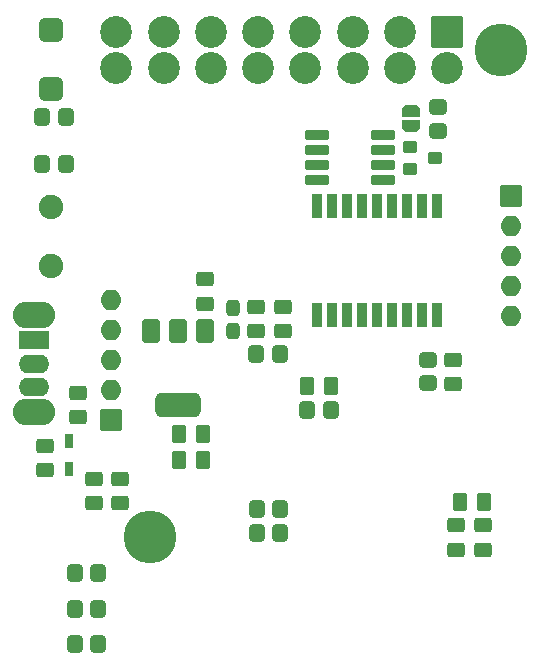
<source format=gbr>
%TF.GenerationSoftware,KiCad,Pcbnew,8.0.4*%
%TF.CreationDate,2024-09-22T00:56:15-03:00*%
%TF.ProjectId,DongleALIVEv2.0,446f6e67-6c65-4414-9c49-564576322e30,2.0*%
%TF.SameCoordinates,Original*%
%TF.FileFunction,Soldermask,Bot*%
%TF.FilePolarity,Negative*%
%FSLAX46Y46*%
G04 Gerber Fmt 4.6, Leading zero omitted, Abs format (unit mm)*
G04 Created by KiCad (PCBNEW 8.0.4) date 2024-09-22 00:56:15*
%MOMM*%
%LPD*%
G01*
G04 APERTURE LIST*
G04 Aperture macros list*
%AMRoundRect*
0 Rectangle with rounded corners*
0 $1 Rounding radius*
0 $2 $3 $4 $5 $6 $7 $8 $9 X,Y pos of 4 corners*
0 Add a 4 corners polygon primitive as box body*
4,1,4,$2,$3,$4,$5,$6,$7,$8,$9,$2,$3,0*
0 Add four circle primitives for the rounded corners*
1,1,$1+$1,$2,$3*
1,1,$1+$1,$4,$5*
1,1,$1+$1,$6,$7*
1,1,$1+$1,$8,$9*
0 Add four rect primitives between the rounded corners*
20,1,$1+$1,$2,$3,$4,$5,0*
20,1,$1+$1,$4,$5,$6,$7,0*
20,1,$1+$1,$6,$7,$8,$9,0*
20,1,$1+$1,$8,$9,$2,$3,0*%
%AMFreePoly0*
4,1,35,0.526870,0.776870,0.538000,0.750000,0.538000,-0.750000,0.526870,-0.776870,0.500000,-0.788000,0.000000,-0.788000,-0.012286,-0.782911,-0.071157,-0.782911,-0.081863,-0.781372,-0.218414,-0.741277,-0.228252,-0.736784,-0.347974,-0.659843,-0.356148,-0.652760,-0.449345,-0.545205,-0.455193,-0.536106,-0.514312,-0.406652,-0.517359,-0.396274,-0.537613,-0.255408,-0.538000,-0.250000,-0.538000,0.250000,
-0.537613,0.255408,-0.517359,0.396274,-0.514312,0.406652,-0.455193,0.536106,-0.449345,0.545205,-0.356148,0.652760,-0.347974,0.659843,-0.228252,0.736784,-0.218414,0.741277,-0.081863,0.781372,-0.071157,0.782911,-0.012286,0.782911,0.000000,0.788000,0.500000,0.788000,0.526870,0.776870,0.526870,0.776870,$1*%
%AMFreePoly1*
4,1,35,0.012286,0.782911,0.071157,0.782911,0.081863,0.781372,0.218414,0.741277,0.228252,0.736784,0.347974,0.659843,0.356148,0.652760,0.449345,0.545205,0.455193,0.536106,0.514312,0.406652,0.517359,0.396274,0.537613,0.255408,0.538000,0.250000,0.538000,-0.250000,0.537613,-0.255408,0.517359,-0.396274,0.514312,-0.406652,0.455193,-0.536106,0.449345,-0.545205,0.356148,-0.652760,
0.347974,-0.659843,0.228252,-0.736784,0.218414,-0.741277,0.081863,-0.781372,0.071157,-0.782911,0.012286,-0.782911,0.000000,-0.788000,-0.500000,-0.788000,-0.526870,-0.776870,-0.538000,-0.750000,-0.538000,0.750000,-0.526870,0.776870,-0.500000,0.788000,0.000000,0.788000,0.012286,0.782911,0.012286,0.782911,$1*%
G04 Aperture macros list end*
%ADD10RoundRect,0.038000X0.850000X0.850000X-0.850000X0.850000X-0.850000X-0.850000X0.850000X-0.850000X0*%
%ADD11O,1.776000X1.776000*%
%ADD12O,3.576000X2.276000*%
%ADD13RoundRect,0.038000X-1.250000X0.750000X-1.250000X-0.750000X1.250000X-0.750000X1.250000X0.750000X0*%
%ADD14O,2.576000X1.576000*%
%ADD15C,0.776000*%
%ADD16C,4.476000*%
%ADD17RoundRect,0.102000X1.250000X1.250000X-1.250000X1.250000X-1.250000X-1.250000X1.250000X-1.250000X0*%
%ADD18C,2.704000*%
%ADD19RoundRect,0.519000X-0.519000X0.519000X-0.519000X-0.519000X0.519000X-0.519000X0.519000X0.519000X0*%
%ADD20C,2.076000*%
%ADD21RoundRect,0.038000X-0.850000X-0.850000X0.850000X-0.850000X0.850000X0.850000X-0.850000X0.850000X0*%
%ADD22RoundRect,0.266170X0.496830X-0.359330X0.496830X0.359330X-0.496830X0.359330X-0.496830X-0.359330X0*%
%ADD23RoundRect,0.265833X0.372167X0.472167X-0.372167X0.472167X-0.372167X-0.472167X0.372167X-0.472167X0*%
%ADD24RoundRect,0.266170X-0.496830X0.359330X-0.496830X-0.359330X0.496830X-0.359330X0.496830X0.359330X0*%
%ADD25RoundRect,0.266170X0.359330X0.496830X-0.359330X0.496830X-0.359330X-0.496830X0.359330X-0.496830X0*%
%ADD26RoundRect,0.266170X-0.359330X-0.496830X0.359330X-0.496830X0.359330X0.496830X-0.359330X0.496830X0*%
%ADD27FreePoly0,90.000000*%
%ADD28FreePoly1,90.000000*%
%ADD29RoundRect,0.102000X-0.230000X0.520000X-0.230000X-0.520000X0.230000X-0.520000X0.230000X0.520000X0*%
%ADD30RoundRect,0.100500X-0.301500X0.956500X-0.301500X-0.956500X0.301500X-0.956500X0.301500X0.956500X0*%
%ADD31RoundRect,0.268095X0.294905X-0.419905X0.294905X0.419905X-0.294905X0.419905X-0.294905X-0.419905X0*%
%ADD32RoundRect,0.102000X0.875000X-0.300000X0.875000X0.300000X-0.875000X0.300000X-0.875000X-0.300000X0*%
%ADD33RoundRect,0.394000X-0.394000X0.644000X-0.394000X-0.644000X0.394000X-0.644000X0.394000X0.644000X0*%
%ADD34RoundRect,0.519000X-1.419000X0.519000X-1.419000X-0.519000X1.419000X-0.519000X1.419000X0.519000X0*%
%ADD35RoundRect,0.265833X-0.472167X0.372167X-0.472167X-0.372167X0.472167X-0.372167X0.472167X0.372167X0*%
%ADD36RoundRect,0.102000X0.450000X-0.400000X0.450000X0.400000X-0.450000X0.400000X-0.450000X-0.400000X0*%
%ADD37RoundRect,0.265833X-0.372167X-0.472167X0.372167X-0.472167X0.372167X0.472167X-0.372167X0.472167X0*%
G04 APERTURE END LIST*
D10*
%TO.C,J2*%
X164710000Y-104300000D03*
D11*
X164710000Y-101760000D03*
X164710000Y-99220000D03*
X164710000Y-96680000D03*
X164710000Y-94140000D03*
%TD*%
D12*
%TO.C,SW3*%
X158210000Y-95450000D03*
X158210000Y-103650000D03*
D13*
X158210000Y-97550000D03*
D14*
X158210000Y-99550000D03*
X158210000Y-101550000D03*
%TD*%
D15*
%TO.C,H2*%
X166380000Y-114180000D03*
X166863274Y-113013274D03*
X166863274Y-115346726D03*
X168030000Y-112530000D03*
D16*
X168030000Y-114180000D03*
D15*
X168030000Y-115830000D03*
X169196726Y-113013274D03*
X169196726Y-115346726D03*
X169680000Y-114180000D03*
%TD*%
D17*
%TO.C,J1*%
X193180000Y-71460000D03*
D18*
X189180000Y-71460000D03*
X185180000Y-71460000D03*
X181180000Y-71460000D03*
X177180000Y-71460000D03*
X173180000Y-71460000D03*
X169180000Y-71460000D03*
X165180000Y-71460000D03*
X193180000Y-74460000D03*
X189180000Y-74460000D03*
X185180000Y-74460000D03*
X181180000Y-74460000D03*
X177180000Y-74460000D03*
X173180000Y-74460000D03*
X169180000Y-74460000D03*
X165180000Y-74460000D03*
%TD*%
D15*
%TO.C,H1*%
X196140000Y-73020000D03*
X196623274Y-71853274D03*
X196623274Y-74186726D03*
X197790000Y-71370000D03*
D16*
X197790000Y-73020000D03*
D15*
X197790000Y-74670000D03*
X198956726Y-71853274D03*
X198956726Y-74186726D03*
X199440000Y-73020000D03*
%TD*%
D19*
%TO.C,F1*%
X159650000Y-71300000D03*
X159650000Y-76300000D03*
D20*
X159650000Y-86300000D03*
X159650000Y-91300000D03*
%TD*%
D21*
%TO.C,J3*%
X198630000Y-85300000D03*
D11*
X198630000Y-87840000D03*
X198630000Y-90380000D03*
X198630000Y-92920000D03*
X198630000Y-95460000D03*
%TD*%
D22*
%TO.C,C12*%
X172730000Y-94465000D03*
X172730000Y-92390000D03*
%TD*%
D23*
%TO.C,R10*%
X160880000Y-82590000D03*
X158880000Y-82590000D03*
%TD*%
D24*
%TO.C,C20*%
X165450000Y-109290000D03*
X165450000Y-111365000D03*
%TD*%
D25*
%TO.C,C3*%
X183387500Y-101410000D03*
X181312500Y-101410000D03*
%TD*%
D23*
%TO.C,R9*%
X160880000Y-78690000D03*
X158880000Y-78690000D03*
%TD*%
D22*
%TO.C,C15*%
X177030000Y-96787500D03*
X177030000Y-94712500D03*
%TD*%
D26*
%TO.C,C14*%
X170452500Y-105530000D03*
X172527500Y-105530000D03*
%TD*%
D22*
%TO.C,C23*%
X159180000Y-108547500D03*
X159180000Y-106472500D03*
%TD*%
D27*
%TO.C,JP1*%
X190090000Y-79435000D03*
D28*
X190090000Y-78135000D03*
%TD*%
D23*
%TO.C,R14*%
X163650000Y-117300000D03*
X161650000Y-117300000D03*
%TD*%
D22*
%TO.C,C2*%
X193970000Y-115287500D03*
X193970000Y-113212500D03*
%TD*%
D29*
%TO.C,D7*%
X161170000Y-106050000D03*
X161170000Y-108430000D03*
%TD*%
D26*
%TO.C,C4*%
X194272500Y-111240000D03*
X196347500Y-111240000D03*
%TD*%
D22*
%TO.C,C17*%
X179250000Y-96787500D03*
X179250000Y-94712500D03*
%TD*%
D23*
%TO.C,R4*%
X179050000Y-111850000D03*
X177050000Y-111850000D03*
%TD*%
D30*
%TO.C,U5*%
X182150000Y-86220000D03*
X183420000Y-86220000D03*
X184690000Y-86220000D03*
X185960000Y-86220000D03*
X187230000Y-86220000D03*
X188500000Y-86220000D03*
X189770000Y-86220000D03*
X191040000Y-86220000D03*
X192310000Y-86220000D03*
X192310000Y-95440000D03*
X191040000Y-95440000D03*
X189770000Y-95440000D03*
X188500000Y-95440000D03*
X187230000Y-95440000D03*
X185960000Y-95440000D03*
X184690000Y-95440000D03*
X183420000Y-95440000D03*
X182150000Y-95440000D03*
%TD*%
D26*
%TO.C,C13*%
X170452500Y-107700000D03*
X172527500Y-107700000D03*
%TD*%
D23*
%TO.C,R5*%
X163650000Y-120300000D03*
X161650000Y-120300000D03*
%TD*%
D31*
%TO.C,C16*%
X175020000Y-96745000D03*
X175020000Y-94795000D03*
%TD*%
D22*
%TO.C,C1*%
X196230000Y-115305000D03*
X196230000Y-113230000D03*
%TD*%
D24*
%TO.C,C21*%
X163290000Y-109290000D03*
X163290000Y-111365000D03*
%TD*%
D32*
%TO.C,U4*%
X182150000Y-84000000D03*
X182150000Y-82730000D03*
X182150000Y-81460000D03*
X182150000Y-80190000D03*
X187750000Y-80190000D03*
X187750000Y-81460000D03*
X187750000Y-82730000D03*
X187750000Y-84000000D03*
%TD*%
D22*
%TO.C,C5*%
X193660000Y-101277500D03*
X193660000Y-99202500D03*
%TD*%
D33*
%TO.C,U3*%
X168127500Y-96760000D03*
X170427500Y-96760000D03*
D34*
X170427500Y-103060000D03*
D33*
X172727500Y-96760000D03*
%TD*%
D35*
%TO.C,R16*%
X192420000Y-77795000D03*
X192420000Y-79795000D03*
%TD*%
D36*
%TO.C,D6*%
X190080000Y-83075000D03*
X190080000Y-81175000D03*
X192180000Y-82125000D03*
%TD*%
D35*
%TO.C,R2*%
X191590000Y-99200000D03*
X191590000Y-101200000D03*
%TD*%
D22*
%TO.C,C22*%
X161940000Y-104065000D03*
X161940000Y-101990000D03*
%TD*%
D23*
%TO.C,R6*%
X163650000Y-123300000D03*
X161650000Y-123300000D03*
%TD*%
D37*
%TO.C,R1*%
X181350000Y-103470000D03*
X183350000Y-103470000D03*
%TD*%
D23*
%TO.C,R3*%
X179050000Y-113910000D03*
X177050000Y-113910000D03*
%TD*%
D37*
%TO.C,R15*%
X177030000Y-98720000D03*
X179030000Y-98720000D03*
%TD*%
M02*

</source>
